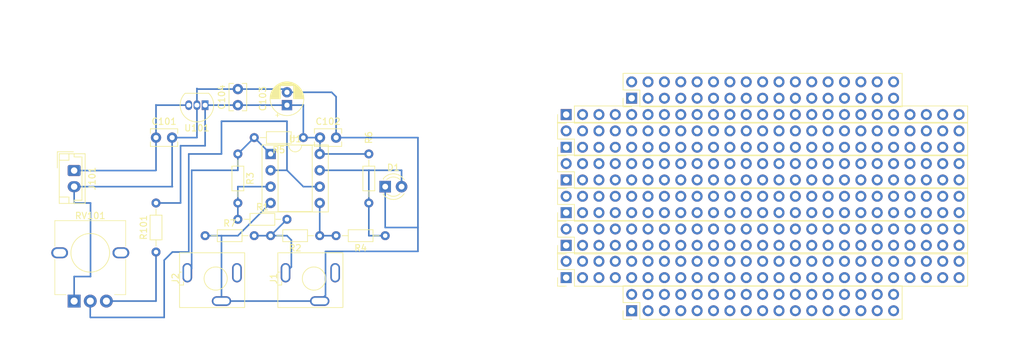
<source format=kicad_pcb>
(kicad_pcb (version 20211014) (generator pcbnew)
  (layers (0 "F.Cu" signal) (31 "B.Cu" signal) (34 "B.Paste" user) (35 "F.Paste" user) (36 "B.SilkS" user "B.Silkscreen") (37 "F.SilkS" user "F.Silkscreen") (38 "B.Mask" user) (39 "F.Mask" user) (44 "Edge.Cuts" user))
  (net 0 "")
  (net 1 "Net-(C101-Pad1)")
  (net 2 "GND")
  (net 3 "VCC")
  (net 4 "Net-(D1-Pad2)")
  (net 5 "/in")
  (net 6 "/out")
  (net 7 "Net-(R1-Pad1)")
  (net 8 "Net-(R2-Pad1)")
  (net 9 "Net-(R101-Pad1)")
  (net 10 "vref")
  (footprint "Marksard_Audio:Potentiometer_THT_RK09L1140" (layer "F.Cu") (at 45.34 59.4)
    (fp_text reference "RV101" (at 0 -5.75) (layer "F.SilkS"))
    (fp_text value "B10k")
    (pad "1" thru_hole rect (at -2.5 7.5) (size 2 2) (drill 1.1) (layers *.Cu *.Mask) (net 2 "GND"))
    (pad "2" thru_hole circle (at 0 7.5) (size 2 2) (drill 1.1) (layers *.Cu *.Mask) (net 10 "vref"))
    (pad "3" thru_hole circle (at 2.5 7.5) (size 2 2) (drill 1.1) (layers *.Cu *.Mask) (net 9 "Net-(R101-Pad1)"))
    (pad "MP" thru_hole oval (at -4.75 0) (size 2.6 1.7) (drill oval 2 1.2) (layers *.Cu *.Mask))
    (pad "MP" thru_hole oval (at 4.75 0) (size 2.6 1.7) (drill oval 2 1.2) (layers *.Cu *.Mask))
  )
  (footprint "Resistor_THT:R_Axial_DIN0204_L3.6mm_D1.6mm_P7.62mm_Horizontal" (layer "F.Cu") (at 68.24 54.2)
    (fp_text reference "R1" (at 3.81 -1.92) (layer "F.SilkS"))
    (fp_text value "10k")
    (pad "1" thru_hole circle (at 0 0) (size 1.4 1.4) (drill 0.7) (layers *.Cu *.Mask) (net 7 "Net-(R1-Pad1)"))
    (pad "2" thru_hole oval (at 7.62 0) (size 1.4 1.4) (drill 0.7) (layers *.Cu *.Mask) (net 5 "/in"))
  )
  (footprint "Capacitor_THT:C_Rect_L4.0mm_W2.5mm_P2.50mm" (layer "F.Cu") (at 68.24 36.46 90)
    (fp_text reference "C104" (at 1.25 -2.5 90) (layer "F.SilkS"))
    (fp_text value "0.1u")
    (pad "1" thru_hole circle (at 0 0 90) (size 1.6 1.6) (drill 0.8) (layers *.Cu *.Mask) (net 3 "VCC"))
    (pad "2" thru_hole circle (at 2.5 0 90) (size 1.6 1.6) (drill 0.8) (layers *.Cu *.Mask) (net 2 "GND"))
  )
  (footprint "Resistor_THT:R_Axial_DIN0204_L3.6mm_D1.6mm_P7.62mm_Horizontal" (layer "F.Cu") (at 68.24 44.04 -90)
    (fp_text reference "R3" (at 3.81 -1.92 90) (layer "F.SilkS"))
    (fp_text value "10Meg")
    (pad "1" thru_hole circle (at 0 0 270) (size 1.4 1.4) (drill 0.7) (layers *.Cu *.Mask) (net 6 "/out"))
    (pad "2" thru_hole oval (at 7.62 0 270) (size 1.4 1.4) (drill 0.7) (layers *.Cu *.Mask) (net 7 "Net-(R1-Pad1)"))
  )
  (footprint "Connector_PinHeader_2.54mm:PinHeader_2x25_P2.54mm_Vertical" (layer "F.Cu") (at 119.18 58.24 90)
    (fp_text reference "REF**" hide)
    (fp_text value "PinHeader_2x25_P2.54mm_Vertical" hide)
    (pad "1" thru_hole rect (at 0 0 90) (size 1.7 1.7) (drill 1) (layers F&B.Cu *.Mask))
    (pad "2" thru_hole oval (at 2.54 0 90) (size 1.7 1.7) (drill 1) (layers F&B.Cu *.Mask))
    (pad "3" thru_hole oval (at 0 2.54 90) (size 1.7 1.7) (drill 1) (layers F&B.Cu *.Mask))
    (pad "4" thru_hole oval (at 2.54 2.54 90) (size 1.7 1.7) (drill 1) (layers F&B.Cu *.Mask))
    (pad "5" thru_hole oval (at 0 5.08 90) (size 1.7 1.7) (drill 1) (layers F&B.Cu *.Mask))
    (pad "6" thru_hole oval (at 2.54 5.08 90) (size 1.7 1.7) (drill 1) (layers F&B.Cu *.Mask))
    (pad "7" thru_hole oval (at 0 7.62 90) (size 1.7 1.7) (drill 1) (layers F&B.Cu *.Mask))
    (pad "8" thru_hole oval (at 2.54 7.62 90) (size 1.7 1.7) (drill 1) (layers F&B.Cu *.Mask))
    (pad "9" thru_hole oval (at 0 10.16 90) (size 1.7 1.7) (drill 1) (layers F&B.Cu *.Mask))
    (pad "10" thru_hole oval (at 2.54 10.16 90) (size 1.7 1.7) (drill 1) (layers F&B.Cu *.Mask))
    (pad "11" thru_hole oval (at 0 12.7 90) (size 1.7 1.7) (drill 1) (layers F&B.Cu *.Mask))
    (pad "12" thru_hole oval (at 2.54 12.7 90) (size 1.7 1.7) (drill 1) (layers F&B.Cu *.Mask))
    (pad "13" thru_hole oval (at 0 15.24 90) (size 1.7 1.7) (drill 1) (layers F&B.Cu *.Mask))
    (pad "14" thru_hole oval (at 2.54 15.24 90) (size 1.7 1.7) (drill 1) (layers F&B.Cu *.Mask))
    (pad "15" thru_hole oval (at 0 17.78 90) (size 1.7 1.7) (drill 1) (layers F&B.Cu *.Mask))
    (pad "16" thru_hole oval (at 2.54 17.78 90) (size 1.7 1.7) (drill 1) (layers F&B.Cu *.Mask))
    (pad "17" thru_hole oval (at 0 20.32 90) (size 1.7 1.7) (drill 1) (layers F&B.Cu *.Mask))
    (pad "18" thru_hole oval (at 2.54 20.32 90) (size 1.7 1.7) (drill 1) (layers F&B.Cu *.Mask))
    (pad "19" thru_hole oval (at 0 22.86 90) (size 1.7 1.7) (drill 1) (layers F&B.Cu *.Mask))
    (pad "20" thru_hole oval (at 2.54 22.86 90) (size 1.7 1.7) (drill 1) (layers F&B.Cu *.Mask))
    (pad "21" thru_hole oval (at 0 25.4 90) (size 1.7 1.7) (drill 1) (layers F&B.Cu *.Mask))
    (pad "22" thru_hole oval (at 2.54 25.4 90) (size 1.7 1.7) (drill 1) (layers F&B.Cu *.Mask))
    (pad "23" thru_hole oval (at 0 27.94 90) (size 1.7 1.7) (drill 1) (layers F&B.Cu *.Mask))
    (pad "24" thru_hole oval (at 2.54 27.94 90) (size 1.7 1.7) (drill 1) (layers F&B.Cu *.Mask))
    (pad "25" thru_hole oval (at 0 30.48 90) (size 1.7 1.7) (drill 1) (layers F&B.Cu *.Mask))
    (pad "26" thru_hole oval (at 2.54 30.48 90) (size 1.7 1.7) (drill 1) (layers F&B.Cu *.Mask))
    (pad "27" thru_hole oval (at 0 33.02 90) (size 1.7 1.7) (drill 1) (layers F&B.Cu *.Mask))
    (pad "28" thru_hole oval (at 2.54 33.02 90) (size 1.7 1.7) (drill 1) (layers F&B.Cu *.Mask))
    (pad "29" thru_hole oval (at 0 35.56 90) (size 1.7 1.7) (drill 1) (layers F&B.Cu *.Mask))
    (pad "30" thru_hole oval (at 2.54 35.56 90) (size 1.7 1.7) (drill 1) (layers F&B.Cu *.Mask))
    (pad "31" thru_hole oval (at 0 38.1 90) (size 1.7 1.7) (drill 1) (layers F&B.Cu *.Mask))
    (pad "32" thru_hole oval (at 2.54 38.1 90) (size 1.7 1.7) (drill 1) (layers F&B.Cu *.Mask))
    (pad "33" thru_hole oval (at 0 40.64 90) (size 1.7 1.7) (drill 1) (layers F&B.Cu *.Mask))
    (pad "34" thru_hole oval (at 2.54 40.64 90) (size 1.7 1.7) (drill 1) (layers F&B.Cu *.Mask))
    (pad "35" thru_hole oval (at 0 43.18 90) (size 1.7 1.7) (drill 1) (layers F&B.Cu *.Mask))
    (pad "36" thru_hole oval (at 2.54 43.18 90) (size 1.7 1.7) (drill 1) (layers F&B.Cu *.Mask))
    (pad "37" thru_hole oval (at 0 45.72 90) (size 1.7 1.7) (drill 1) (layers F&B.Cu *.Mask))
    (pad "38" thru_hole oval (at 2.54 45.72 90) (size 1.7 1.7) (drill 1) (layers F&B.Cu *.Mask))
    (pad "39" thru_hole oval (at 0 48.26 90) (size 1.7 1.7) (drill 1) (layers F&B.Cu *.Mask))
    (pad "40" thru_hole oval (at 2.54 48.26 90) (size 1.7 1.7) (drill 1) (layers F&B.Cu *.Mask))
    (pad "41" thru_hole oval (at 0 50.8 90) (size 1.7 1.7) (drill 1) (layers F&B.Cu *.Mask))
    (pad "42" thru_hole oval (at 2.54 50.8 90) (size 1.7 1.7) (drill 1) (layers F&B.Cu *.Mask))
    (pad "43" thru_hole oval (at 0 53.34 90) (size 1.7 1.7) (drill 1) (layers F&B.Cu *.Mask))
    (pad "44" thru_hole oval (at 2.54 53.34 90) (size 1.7 1.7) (drill 1) (layers F&B.Cu *.Mask))
    (pad "45" thru_hole oval (at 0 55.88 90) (size 1.7 1.7) (drill 1) (layers F&B.Cu *.Mask))
    (pad "46" thru_hole oval (at 2.54 55.88 90) (size 1.7 1.7) (drill 1) (layers F&B.Cu *.Mask))
    (pad "47" thru_hole oval (at 0 58.42 90) (size 1.7 1.7) (drill 1) (layers F&B.Cu *.Mask))
    (pad "48" thru_hole oval (at 2.54 58.42 90) (size 1.7 1.7) (drill 1) (layers F&B.Cu *.Mask))
    (pad "49" thru_hole oval (at 0 60.96 90) (size 1.7 1.7) (drill 1) (layers F&B.Cu *.Mask))
    (pad "50" thru_hole oval (at 2.54 60.96 90) (size 1.7 1.7) (drill 1) (layers F&B.Cu *.Mask))
  )
  (footprint "Marksard_Audio:MJ-355W" (layer "F.Cu") (at 64.8 63.4 90)
    (fp_text reference "J2" (at 0 -6.25 90) (layer "F.SilkS"))
    (fp_text value "Sync Out")
    (pad "R" thru_hole oval (at 0.9 3.3 270) (size 3 1.5) (drill oval 2.5 1) (layers *.Cu *.Mask))
    (pad "S" thru_hole oval (at -3.5 0.9 180) (size 3 1.5) (drill oval 2.5 1) (layers *.Cu *.Mask) (net 2 "GND"))
    (pad "T" thru_hole oval (at 0.9 -4.4 270) (size 3 1.5) (drill oval 2.5 1) (layers *.Cu *.Mask) (net 6 "/out"))
  )
  (footprint "LED_THT:LED_D3.0mm" (layer "F.Cu") (at 91.1 49.12)
    (fp_text reference "D1" (at 1.27 -2.96) (layer "F.SilkS"))
    (fp_text value "LED")
    (pad "1" thru_hole rect (at 0 0) (size 1.8 1.8) (drill 0.9) (layers *.Cu *.Mask) (net 2 "GND"))
    (pad "2" thru_hole circle (at 2.54 0) (size 1.8 1.8) (drill 0.9) (layers *.Cu *.Mask) (net 4 "Net-(D1-Pad2)"))
  )
  (footprint "Capacitor_THT:C_Rect_L4.0mm_W2.5mm_P2.50mm" (layer "F.Cu") (at 55.54 41.5)
    (fp_text reference "C101" (at 1.25 -2.5) (layer "F.SilkS"))
    (fp_text value "0.33u")
    (pad "1" thru_hole circle (at 0 0) (size 1.6 1.6) (drill 0.8) (layers *.Cu *.Mask) (net 1 "Net-(C101-Pad1)"))
    (pad "2" thru_hole circle (at 2.5 0) (size 1.6 1.6) (drill 0.8) (layers *.Cu *.Mask) (net 2 "GND"))
  )
  (footprint "Resistor_THT:R_Axial_DIN0204_L3.6mm_D1.6mm_P7.62mm_Horizontal" (layer "F.Cu") (at 88.56 44.04 -90)
    (fp_text reference "R6" (at -2.54 0 90) (layer "F.SilkS"))
    (fp_text value "3k")
    (pad "1" thru_hole circle (at 0 0 270) (size 1.4 1.4) (drill 0.7) (layers *.Cu *.Mask) (net 3 "VCC"))
    (pad "2" thru_hole oval (at 7.62 0 270) (size 1.4 1.4) (drill 0.7) (layers *.Cu *.Mask) (net 4 "Net-(D1-Pad2)"))
  )
  (footprint "Connector_JST:JST_EH_B2B-EH-A_1x02_P2.50mm_Vertical" (layer "F.Cu") (at 42.84 46.62 -90)
    (fp_text reference "J101" (at 1.25 -2.8 -90) (layer "F.SilkS"))
    (fp_text value "Barrel_Jack")
    (pad "1" thru_hole roundrect (at 0 0 270) (size 1.7 2) (drill 1) (layers *.Cu *.Mask) (roundrect_rratio 0.147059) (net 1 "Net-(C101-Pad1)"))
    (pad "2" thru_hole oval (at 2.5 0 270) (size 1.7 2) (drill 1) (layers *.Cu *.Mask) (net 2 "GND"))
  )
  (footprint "Package_TO_SOT_THT:TO-92_Inline" (layer "F.Cu") (at 63.16 36.46 180)
    (fp_text reference "U101" (at 1.27 -3.56) (layer "F.SilkS"))
    (fp_text value "LM78L05_TO92")
    (pad "1" thru_hole rect (at 0 0 180) (size 1.05 1.5) (drill 0.75) (layers *.Cu *.Mask) (net 3 "VCC"))
    (pad "2" thru_hole oval (at 1.27 0 180) (size 1.05 1.5) (drill 0.75) (layers *.Cu *.Mask) (net 2 "GND"))
    (pad "3" thru_hole oval (at 2.54 0 180) (size 1.05 1.5) (drill 0.75) (layers *.Cu *.Mask) (net 1 "Net-(C101-Pad1)"))
  )
  (footprint "Connector_PinHeader_2.54mm:PinHeader_2x25_P2.54mm_Vertical" (layer "F.Cu") (at 119.18 53.16 90)
    (fp_text reference "REF**" hide)
    (fp_text value "PinHeader_2x25_P2.54mm_Vertical" hide)
    (pad "1" thru_hole rect (at 0 0 90) (size 1.7 1.7) (drill 1) (layers F&B.Cu *.Mask))
    (pad "2" thru_hole oval (at 2.54 0 90) (size 1.7 1.7) (drill 1) (layers F&B.Cu *.Mask))
    (pad "3" thru_hole oval (at 0 2.54 90) (size 1.7 1.7) (drill 1) (layers F&B.Cu *.Mask))
    (pad "4" thru_hole oval (at 2.54 2.54 90) (size 1.7 1.7) (drill 1) (layers F&B.Cu *.Mask))
    (pad "5" thru_hole oval (at 0 5.08 90) (size 1.7 1.7) (drill 1) (layers F&B.Cu *.Mask))
    (pad "6" thru_hole oval (at 2.54 5.08 90) (size 1.7 1.7) (drill 1) (layers F&B.Cu *.Mask))
    (pad "7" thru_hole oval (at 0 7.62 90) (size 1.7 1.7) (drill 1) (layers F&B.Cu *.Mask))
    (pad "8" thru_hole oval (at 2.54 7.62 90) (size 1.7 1.7) (drill 1) (layers F&B.Cu *.Mask))
    (pad "9" thru_hole oval (at 0 10.16 90) (size 1.7 1.7) (drill 1) (layers F&B.Cu *.Mask))
    (pad "10" thru_hole oval (at 2.54 10.16 90) (size 1.7 1.7) (drill 1) (layers F&B.Cu *.Mask))
    (pad "11" thru_hole oval (at 0 12.7 90) (size 1.7 1.7) (drill 1) (layers F&B.Cu *.Mask))
    (pad "12" thru_hole oval (at 2.54 12.7 90) (size 1.7 1.7) (drill 1) (layers F&B.Cu *.Mask))
    (pad "13" thru_hole oval (at 0 15.24 90) (size 1.7 1.7) (drill 1) (layers F&B.Cu *.Mask))
    (pad "14" thru_hole oval (at 2.54 15.24 90) (size 1.7 1.7) (drill 1) (layers F&B.Cu *.Mask))
    (pad "15" thru_hole oval (at 0 17.78 90) (size 1.7 1.7) (drill 1) (layers F&B.Cu *.Mask))
    (pad "16" thru_hole oval (at 2.54 17.78 90) (size 1.7 1.7) (drill 1) (layers F&B.Cu *.Mask))
    (pad "17" thru_hole oval (at 0 20.32 90) (size 1.7 1.7) (drill 1) (layers F&B.Cu *.Mask))
    (pad "18" thru_hole oval (at 2.54 20.32 90) (size 1.7 1.7) (drill 1) (layers F&B.Cu *.Mask))
    (pad "19" thru_hole oval (at 0 22.86 90) (size 1.7 1.7) (drill 1) (layers F&B.Cu *.Mask))
    (pad "20" thru_hole oval (at 2.54 22.86 90) (size 1.7 1.7) (drill 1) (layers F&B.Cu *.Mask))
    (pad "21" thru_hole oval (at 0 25.4 90) (size 1.7 1.7) (drill 1) (layers F&B.Cu *.Mask))
    (pad "22" thru_hole oval (at 2.54 25.4 90) (size 1.7 1.7) (drill 1) (layers F&B.Cu *.Mask))
    (pad "23" thru_hole oval (at 0 27.94 90) (size 1.7 1.7) (drill 1) (layers F&B.Cu *.Mask))
    (pad "24" thru_hole oval (at 2.54 27.94 90) (size 1.7 1.7) (drill 1) (layers F&B.Cu *.Mask))
    (pad "25" thru_hole oval (at 0 30.48 90) (size 1.7 1.7) (drill 1) (layers F&B.Cu *.Mask))
    (pad "26" thru_hole oval (at 2.54 30.48 90) (size 1.7 1.7) (drill 1) (layers F&B.Cu *.Mask))
    (pad "27" thru_hole oval (at 0 33.02 90) (size 1.7 1.7) (drill 1) (layers F&B.Cu *.Mask))
    (pad "28" thru_hole oval (at 2.54 33.02 90) (size 1.7 1.7) (drill 1) (layers F&B.Cu *.Mask))
    (pad "29" thru_hole oval (at 0 35.56 90) (size 1.7 1.7) (drill 1) (layers F&B.Cu *.Mask))
    (pad "30" thru_hole oval (at 2.54 35.56 90) (size 1.7 1.7) (drill 1) (layers F&B.Cu *.Mask))
    (pad "31" thru_hole oval (at 0 38.1 90) (size 1.7 1.7) (drill 1) (layers F&B.Cu *.Mask))
    (pad "32" thru_hole oval (at 2.54 38.1 90) (size 1.7 1.7) (drill 1) (layers F&B.Cu *.Mask))
    (pad "33" thru_hole oval (at 0 40.64 90) (size 1.7 1.7) (drill 1) (layers F&B.Cu *.Mask))
    (pad "34" thru_hole oval (at 2.54 40.64 90) (size 1.7 1.7) (drill 1) (layers F&B.Cu *.Mask))
    (pad "35" thru_hole oval (at 0 43.18 90) (size 1.7 1.7) (drill 1) (layers F&B.Cu *.Mask))
    (pad "36" thru_hole oval (at 2.54 43.18 90) (size 1.7 1.7) (drill 1) (layers F&B.Cu *.Mask))
    (pad "37" thru_hole oval (at 0 45.72 90) (size 1.7 1.7) (drill 1) (layers F&B.Cu *.Mask))
    (pad "38" thru_hole oval (at 2.54 45.72 90) (size 1.7 1.7) (drill 1) (layers F&B.Cu *.Mask))
    (pad "39" thru_hole oval (at 0 48.26 90) (size 1.7 1.7) (drill 1) (layers F&B.Cu *.Mask))
    (pad "40" thru_hole oval (at 2.54 48.26 90) (size 1.7 1.7) (drill 1) (layers F&B.Cu *.Mask))
    (pad "41" thru_hole oval (at 0 50.8 90) (size 1.7 1.7) (drill 1) (layers F&B.Cu *.Mask))
    (pad "42" thru_hole oval (at 2.54 50.8 90) (size 1.7 1.7) (drill 1) (layers F&B.Cu *.Mask))
    (pad "43" thru_hole oval (at 0 53.34 90) (size 1.7 1.7) (drill 1) (layers F&B.Cu *.Mask))
    (pad "44" thru_hole oval (at 2.54 53.34 90) (size 1.7 1.7) (drill 1) (layers F&B.Cu *.Mask))
    (pad "45" thru_hole oval (at 0 55.88 90) (size 1.7 1.7) (drill 1) (layers F&B.Cu *.Mask))
    (pad "46" thru_hole oval (at 2.54 55.88 90) (size 1.7 1.7) (drill 1) (layers F&B.Cu *.Mask))
    (pad "47" thru_hole oval (at 0 58.42 90) (size 1.7 1.7) (drill 1) (layers F&B.Cu *.Mask))
    (pad "48" thru_hole oval (at 2.54 58.42 90) (size 1.7 1.7) (drill 1) (layers F&B.Cu *.Mask))
    (pad "49" thru_hole oval (at 0 60.96 90) (size 1.7 1.7) (drill 1) (layers F&B.Cu *.Mask))
    (pad "50" thru_hole oval (at 2.54 60.96 90) (size 1.7 1.7) (drill 1) (layers F&B.Cu *.Mask))
  )
  (footprint "Capacitor_THT:CP_Radial_D5.0mm_P2.00mm" (layer "F.Cu") (at 75.86 36.46 90)
    (fp_text reference "C103" (at 1 -3.75 90) (layer "F.SilkS"))
    (fp_text value "47u")
    (pad "1" thru_hole rect (at 0 0 90) (size 1.6 1.6) (drill 0.8) (layers *.Cu *.Mask) (net 3 "VCC"))
    (pad "2" thru_hole circle (at 2 0 90) (size 1.6 1.6) (drill 0.8) (layers *.Cu *.Mask) (net 2 "GND"))
  )
  (footprint "Resistor_THT:R_Axial_DIN0204_L3.6mm_D1.6mm_P7.62mm_Horizontal" (layer "F.Cu") (at 55.54 59.28 90)
    (fp_text reference "R101" (at 3.81 -1.92 90) (layer "F.SilkS"))
    (fp_text value "10k")
    (pad "1" thru_hole circle (at 0 0 90) (size 1.4 1.4) (drill 0.7) (layers *.Cu *.Mask) (net 9 "Net-(R101-Pad1)"))
    (pad "2" thru_hole oval (at 7.62 0 90) (size 1.4 1.4) (drill 0.7) (layers *.Cu *.Mask) (net 3 "VCC"))
  )
  (footprint "Connector_PinHeader_2.54mm:PinHeader_2x25_P2.54mm_Vertical" (layer "F.Cu") (at 119.179999 63.259429 90)
    (fp_text reference "REF**" hide)
    (fp_text value "PinHeader_2x25_P2.54mm_Vertical" hide)
    (pad "1" thru_hole rect (at 0 0 90) (size 1.7 1.7) (drill 1) (layers F&B.Cu *.Mask))
    (pad "2" thru_hole oval (at 2.54 0 90) (size 1.7 1.7) (drill 1) (layers F&B.Cu *.Mask))
    (pad "3" thru_hole oval (at 0 2.54 90) (size 1.7 1.7) (drill 1) (layers F&B.Cu *.Mask))
    (pad "4" thru_hole oval (at 2.54 2.54 90) (size 1.7 1.7) (drill 1) (layers F&B.Cu *.Mask))
    (pad "5" thru_hole oval (at 0 5.08 90) (size 1.7 1.7) (drill 1) (layers F&B.Cu *.Mask))
    (pad "6" thru_hole oval (at 2.54 5.08 90) (size 1.7 1.7) (drill 1) (layers F&B.Cu *.Mask))
    (pad "7" thru_hole oval (at 0 7.62 90) (size 1.7 1.7) (drill 1) (layers F&B.Cu *.Mask))
    (pad "8" thru_hole oval (at 2.54 7.62 90) (size 1.7 1.7) (drill 1) (layers F&B.Cu *.Mask))
    (pad "9" thru_hole oval (at 0 10.16 90) (size 1.7 1.7) (drill 1) (layers F&B.Cu *.Mask))
    (pad "10" thru_hole oval (at 2.54 10.16 90) (size 1.7 1.7) (drill 1) (layers F&B.Cu *.Mask))
    (pad "11" thru_hole oval (at 0 12.7 90) (size 1.7 1.7) (drill 1) (layers F&B.Cu *.Mask))
    (pad "12" thru_hole oval (at 2.54 12.7 90) (size 1.7 1.7) (drill 1) (layers F&B.Cu *.Mask))
    (pad "13" thru_hole oval (at 0 15.24 90) (size 1.7 1.7) (drill 1) (layers F&B.Cu *.Mask))
    (pad "14" thru_hole oval (at 2.54 15.24 90) (size 1.7 1.7) (drill 1) (layers F&B.Cu *.Mask))
    (pad "15" thru_hole oval (at 0 17.78 90) (size 1.7 1.7) (drill 1) (layers F&B.Cu *.Mask))
    (pad "16" thru_hole oval (at 2.54 17.78 90) (size 1.7 1.7) (drill 1) (layers F&B.Cu *.Mask))
    (pad "17" thru_hole oval (at 0 20.32 90) (size 1.7 1.7) (drill 1) (layers F&B.Cu *.Mask))
    (pad "18" thru_hole oval (at 2.54 20.32 90) (size 1.7 1.7) (drill 1) (layers F&B.Cu *.Mask))
    (pad "19" thru_hole oval (at 0 22.86 90) (size 1.7 1.7) (drill 1) (layers F&B.Cu *.Mask))
    (pad "20" thru_hole oval (at 2.54 22.86 90) (size 1.7 1.7) (drill 1) (layers F&B.Cu *.Mask))
    (pad "21" thru_hole oval (at 0 25.4 90) (size 1.7 1.7) (drill 1) (layers F&B.Cu *.Mask))
    (pad "22" thru_hole oval (at 2.54 25.4 90) (size 1.7 1.7) (drill 1) (layers F&B.Cu *.Mask))
    (pad "23" thru_hole oval (at 0 27.94 90) (size 1.7 1.7) (drill 1) (layers F&B.Cu *.Mask))
    (pad "24" thru_hole oval (at 2.54 27.94 90) (size 1.7 1.7) (drill 1) (layers F&B.Cu *.Mask))
    (pad "25" thru_hole oval (at 0 30.48 90) (size 1.7 1.7) (drill 1) (layers F&B.Cu *.Mask))
    (pad "26" thru_hole oval (at 2.54 30.48 90) (size 1.7 1.7) (drill 1) (layers F&B.Cu *.Mask))
    (pad "27" thru_hole oval (at 0 33.02 90) (size 1.7 1.7) (drill 1) (layers F&B.Cu *.Mask))
    (pad "28" thru_hole oval (at 2.54 33.02 90) (size 1.7 1.7) (drill 1) (layers F&B.Cu *.Mask))
    (pad "29" thru_hole oval (at 0 35.56 90) (size 1.7 1.7) (drill 1) (layers F&B.Cu *.Mask))
    (pad "30" thru_hole oval (at 2.54 35.56 90) (size 1.7 1.7) (drill 1) (layers F&B.Cu *.Mask))
    (pad "31" thru_hole oval (at 0 38.1 90) (size 1.7 1.7) (drill 1) (layers F&B.Cu *.Mask))
    (pad "32" thru_hole oval (at 2.54 38.1 90) (size 1.7 1.7) (drill 1) (layers F&B.Cu *.Mask))
    (pad "33" thru_hole oval (at 0 40.64 90) (size 1.7 1.7) (drill 1) (layers F&B.Cu *.Mask))
    (pad "34" thru_hole oval (at 2.54 40.64 90) (size 1.7 1.7) (drill 1) (layers F&B.Cu *.Mask))
    (pad "35" thru_hole oval (at 0 43.18 90) (size 1.7 1.7) (drill 1) (layers F&B.Cu *.Mask))
    (pad "36" thru_hole oval (at 2.54 43.18 90) (size 1.7 1.7) (drill 1) (layers F&B.Cu *.Mask))
    (pad "37" thru_hole oval (at 0 45.72 90) (size 1.7 1.7) (drill 1) (layers F&B.Cu *.Mask))
    (pad "38" thru_hole oval (at 2.54 45.72 90) (size 1.7 1.7) (drill 1) (layers F&B.Cu *.Mask))
    (pad "39" thru_hole oval (at 0 48.26 90) (size 1.7 1.7) (drill 1) (layers F&B.Cu *.Mask))
    (pad "40" thru_hole oval (at 2.54 48.26 90) (size 1.7 1.7) (drill 1) (layers F&B.Cu *.Mask))
    (pad "41" thru_hole oval (at 0 50.8 90) (size 1.7 1.7) (drill 1) (layers F&B.Cu *.Mask))
    (pad "42" thru_hole oval (at 2.54 50.8 90) (size 1.7 1.7) (drill 1) (layers F&B.Cu *.Mask))
    (pad "43" thru_hole oval (at 0 53.34 90) (size 1.7 1.7) (drill 1) (layers F&B.Cu *.Mask))
    (pad "44" thru_hole oval (at 2.54 53.34 90) (size 1.7 1.7) (drill 1) (layers F&B.Cu *.Mask))
    (pad "45" thru_hole oval (at 0 55.88 90) (size 1.7 1.7) (drill 1) (layers F&B.Cu *.Mask))
    (pad "46" thru_hole oval (at 2.54 55.88 90) (size 1.7 1.7) (drill 1) (layers F&B.Cu *.Mask))
    (pad "47" thru_hole oval (at 0 58.42 90) (size 1.7 1.7) (drill 1) (layers F&B.Cu *.Mask))
    (pad "48" thru_hole oval (at 2.54 58.42 90) (size 1.7 1.7) (drill 1) (layers F&B.Cu *.Mask))
    (pad "49" thru_hole oval (at 0 60.96 90) (size 1.7 1.7) (drill 1) (layers F&B.Cu *.Mask))
    (pad "50" thru_hole oval (at 2.54 60.96 90) (size 1.7 1.7) (drill 1) (layers F&B.Cu *.Mask))
  )
  (footprint "Package_DIP:DIP-8_W7.62mm_Socket" (layer "F.Cu") (at 73.32 44.04)
    (fp_text reference "U1" (at 3.81 -2.33) (layer "F.SilkS"))
    (fp_text value "LM393")
    (pad "1" thru_hole rect (at 0 0) (size 1.6 1.6) (drill 0.8) (layers *.Cu *.Mask) (net 6 "/out"))
    (pad "2" thru_hole oval (at 0 2.54) (size 1.6 1.6) (drill 0.8) (layers *.Cu *.Mask) (net 10 "vref"))
    (pad "3" thru_hole oval (at 0 5.08) (size 1.6 1.6) (drill 0.8) (layers *.Cu *.Mask) (net 7 "Net-(R1-Pad1)"))
    (pad "4" thru_hole oval (at 0 7.62) (size 1.6 1.6) (drill 0.8) (layers *.Cu *.Mask) (net 2 "GND"))
    (pad "5" thru_hole oval (at 7.62 7.62) (size 1.6 1.6) (drill 0.8) (layers *.Cu *.Mask) (net 8 "Net-(R2-Pad1)"))
    (pad "6" thru_hole oval (at 7.62 5.08) (size 1.6 1.6) (drill 0.8) (layers *.Cu *.Mask) (net 10 "vref"))
    (pad "7" thru_hole oval (at 7.62 2.54) (size 1.6 1.6) (drill 0.8) (layers *.Cu *.Mask) (net 4 "Net-(D1-Pad2)"))
    (pad "8" thru_hole oval (at 7.62 0) (size 1.6 1.6) (drill 0.8) (layers *.Cu *.Mask) (net 3 "VCC"))
  )
  (footprint "Resistor_THT:R_Axial_DIN0204_L3.6mm_D1.6mm_P7.62mm_Horizontal" (layer "F.Cu") (at 91.1 56.74 180)
    (fp_text reference "R4" (at 3.81 -1.92) (layer "F.SilkS"))
    (fp_text value "10Meg")
    (pad "1" thru_hole circle (at 0 0 180) (size 1.4 1.4) (drill 0.7) (layers *.Cu *.Mask) (net 4 "Net-(D1-Pad2)"))
    (pad "2" thru_hole oval (at 7.62 0 180) (size 1.4 1.4) (drill 0.7) (layers *.Cu *.Mask) (net 8 "Net-(R2-Pad1)"))
  )
  (footprint "Marksard_Audio:MJ-355W" (layer "F.Cu") (at 80.04 63.4 90)
    (fp_text reference "J1" (at 0 -6.25 90) (layer "F.SilkS"))
    (fp_text value "Sync In")
    (pad "R" thru_hole oval (at 0.9 3.3 270) (size 3 1.5) (drill oval 2.5 1) (layers *.Cu *.Mask))
    (pad "S" thru_hole oval (at -3.5 0.9 180) (size 3 1.5) (drill oval 2.5 1) (layers *.Cu *.Mask) (net 2 "GND"))
    (pad "T" thru_hole oval (at 0.9 -4.4 270) (size 3 1.5) (drill oval 2.5 1) (layers *.Cu *.Mask) (net 5 "/in"))
  )
  (footprint "Connector_PinHeader_2.54mm:PinHeader_1x25_P2.54mm_Vertical" (layer "F.Cu") (at 119.18 37.92 90)
    (fp_text reference "REF**" hide)
    (fp_text value "PinHeader_1x25_P2.54mm_Vertical" hide)
    (pad "1" thru_hole rect (at 0 0 90) (size 1.7 1.7) (drill 1) (layers *.Cu *.Mask))
    (pad "2" thru_hole oval (at 0 2.54 90) (size 1.7 1.7) (drill 1) (layers *.Cu *.Mask))
    (pad "3" thru_hole oval (at 0 5.08 90) (size 1.7 1.7) (drill 1) (layers *.Cu *.Mask))
    (pad "4" thru_hole oval (at 0 7.62 90) (size 1.7 1.7) (drill 1) (layers *.Cu *.Mask))
    (pad "5" thru_hole oval (at 0 10.16 90) (size 1.7 1.7) (drill 1) (layers *.Cu *.Mask))
    (pad "6" thru_hole oval (at 0 12.7 90) (size 1.7 1.7) (drill 1) (layers *.Cu *.Mask))
    (pad "7" thru_hole oval (at 0 15.24 90) (size 1.7 1.7) (drill 1) (layers *.Cu *.Mask))
    (pad "8" thru_hole oval (at 0 17.78 90) (size 1.7 1.7) (drill 1) (layers *.Cu *.Mask))
    (pad "9" thru_hole oval (at 0 20.32 90) (size 1.7 1.7) (drill 1) (layers *.Cu *.Mask))
    (pad "10" thru_hole oval (at 0 22.86 90) (size 1.7 1.7) (drill 1) (layers *.Cu *.Mask))
    (pad "11" thru_hole oval (at 0 25.4 90) (size 1.7 1.7) (drill 1) (layers *.Cu *.Mask))
    (pad "12" thru_hole oval (at 0 27.94 90) (size 1.7 1.7) (drill 1) (layers *.Cu *.Mask))
    (pad "13" thru_hole oval (at 0 30.48 90) (size 1.7 1.7) (drill 1) (layers *.Cu *.Mask))
    (pad "14" thru_hole oval (at 0 33.02 90) (size 1.7 1.7) (drill 1) (layers *.Cu *.Mask))
    (pad "15" thru_hole oval (at 0 35.56 90) (size 1.7 1.7) (drill 1) (layers *.Cu *.Mask))
    (pad "16" thru_hole oval (at 0 38.1 90) (size 1.7 1.7) (drill 1) (layers *.Cu *.Mask))
    (pad "17" thru_hole oval (at 0 40.64 90) (size 1.7 1.7) (drill 1) (layers *.Cu *.Mask))
    (pad "18" thru_hole oval (at 0 43.18 90) (size 1.7 1.7) (drill 1) (layers *.Cu *.Mask))
    (pad "19" thru_hole oval (at 0 45.72 90) (size 1.7 1.7) (drill 1) (layers *.Cu *.Mask))
    (pad "20" thru_hole oval (at 0 48.26 90) (size 1.7 1.7) (drill 1) (layers *.Cu *.Mask))
    (pad "21" thru_hole oval (at 0 50.8 90) (size 1.7 1.7) (drill 1) (layers *.Cu *.Mask))
    (pad "22" thru_hole oval (at 0 53.34 90) (size 1.7 1.7) (drill 1) (layers *.Cu *.Mask))
    (pad "23" thru_hole oval (at 0 55.88 90) (size 1.7 1.7) (drill 1) (layers *.Cu *.Mask))
    (pad "24" thru_hole oval (at 0 58.42 90) (size 1.7 1.7) (drill 1) (layers *.Cu *.Mask))
    (pad "25" thru_hole oval (at 0 60.96 90) (size 1.7 1.7) (drill 1) (layers *.Cu *.Mask))
  )
  (footprint "Connector_PinHeader_2.54mm:PinHeader_2x17_P2.54mm_Vertical" (layer "F.Cu") (at 129.34 68.4 90)
    (fp_text reference "REF**" hide)
    (fp_text value "PinHeader_2x17_P2.54mm_Vertical" hide)
    (pad "1" thru_hole rect (at 0 0 90) (size 1.7 1.7) (drill 1) (layers *.Cu *.Mask))
    (pad "2" thru_hole oval (at 2.54 0 90) (size 1.7 1.7) (drill 1) (layers *.Cu *.Mask))
    (pad "3" thru_hole oval (at 0 2.54 90) (size 1.7 1.7) (drill 1) (layers *.Cu *.Mask))
    (pad "4" thru_hole oval (at 2.54 2.54 90) (size 1.7 1.7) (drill 1) (layers *.Cu *.Mask))
    (pad "5" thru_hole oval (at 0 5.08 90) (size 1.7 1.7) (drill 1) (layers *.Cu *.Mask))
    (pad "6" thru_hole oval (at 2.54 5.08 90) (size 1.7 1.7) (drill 1) (layers *.Cu *.Mask))
    (pad "7" thru_hole oval (at 0 7.62 90) (size 1.7 1.7) (drill 1) (layers *.Cu *.Mask))
    (pad "8" thru_hole oval (at 2.54 7.62 90) (size 1.7 1.7) (drill 1) (layers *.Cu *.Mask))
    (pad "9" thru_hole oval (at 0 10.16 90) (size 1.7 1.7) (drill 1) (layers *.Cu *.Mask))
    (pad "10" thru_hole oval (at 2.54 10.16 90) (size 1.7 1.7) (drill 1) (layers *.Cu *.Mask))
    (pad "11" thru_hole oval (at 0 12.7 90) (size 1.7 1.7) (drill 1) (layers *.Cu *.Mask))
    (pad "12" thru_hole oval (at 2.54 12.7 90) (size 1.7 1.7) (drill 1) (layers *.Cu *.Mask))
    (pad "13" thru_hole oval (at 0 15.24 90) (size 1.7 1.7) (drill 1) (layers *.Cu *.Mask))
    (pad "14" thru_hole oval (at 2.54 15.24 90) (size 1.7 1.7) (drill 1) (layers *.Cu *.Mask))
    (pad "15" thru_hole oval (at 0 17.78 90) (size 1.7 1.7) (drill 1) (layers *.Cu *.Mask))
    (pad "16" thru_hole oval (at 2.54 17.78 90) (size 1.7 1.7) (drill 1) (layers *.Cu *.Mask))
    (pad "17" thru_hole oval (at 0 20.32 90) (size 1.7 1.7) (drill 1) (layers *.Cu *.Mask))
    (pad "18" thru_hole oval (at 2.54 20.32 90) (size 1.7 1.7) (drill 1) (layers *.Cu *.Mask))
    (pad "19" thru_hole oval (at 0 22.86 90) (size 1.7 1.7) (drill 1) (layers *.Cu *.Mask))
    (pad "20" thru_hole oval (at 2.54 22.86 90) (size 1.7 1.7) (drill 1) (layers *.Cu *.Mask))
    (pad "21" thru_hole oval (at 0 25.4 90) (size 1.7 1.7) (drill 1) (layers *.Cu *.Mask))
    (pad "22" thru_hole oval (at 2.54 25.4 90) (size 1.7 1.7) (drill 1) (layers *.Cu *.Mask))
    (pad "23" thru_hole oval (at 0 27.94 90) (size 1.7 1.7) (drill 1) (layers *.Cu *.Mask))
    (pad "24" thru_hole oval (at 2.54 27.94 90) (size 1.7 1.7) (drill 1) (layers *.Cu *.Mask))
    (pad "25" thru_hole oval (at 0 30.48 90) (size 1.7 1.7) (drill 1) (layers *.Cu *.Mask))
    (pad "26" thru_hole oval (at 2.54 30.48 90) (size 1.7 1.7) (drill 1) (layers *.Cu *.Mask))
    (pad "27" thru_hole oval (at 0 33.02 90) (size 1.7 1.7) (drill 1) (layers *.Cu *.Mask))
    (pad "28" thru_hole oval (at 2.54 33.02 90) (size 1.7 1.7) (drill 1) (layers *.Cu *.Mask))
    (pad "29" thru_hole oval (at 0 35.56 90) (size 1.7 1.7) (drill 1) (layers *.Cu *.Mask))
    (pad "30" thru_hole oval (at 2.54 35.56 90) (size 1.7 1.7) (drill 1) (layers *.Cu *.Mask))
    (pad "31" thru_hole oval (at 0 38.1 90) (size 1.7 1.7) (drill 1) (layers *.Cu *.Mask))
    (pad "32" thru_hole oval (at 2.54 38.1 90) (size 1.7 1.7) (drill 1) (layers *.Cu *.Mask))
    (pad "33" thru_hole oval (at 0 40.64 90) (size 1.7 1.7) (drill 1) (layers *.Cu *.Mask))
    (pad "34" thru_hole oval (at 2.54 40.64 90) (size 1.7 1.7) (drill 1) (layers *.Cu *.Mask))
  )
  (footprint "Resistor_THT:R_Axial_DIN0204_L3.6mm_D1.6mm_P7.62mm_Horizontal" (layer "F.Cu") (at 80.94 56.74 180)
    (fp_text reference "R2" (at 3.81 -1.92) (layer "F.SilkS"))
    (fp_text value "10k")
    (pad "1" thru_hole circle (at 0 0 180) (size 1.4 1.4) (drill 0.7) (layers *.Cu *.Mask) (net 8 "Net-(R2-Pad1)"))
    (pad "2" thru_hole oval (at 7.62 0 180) (size 1.4 1.4) (drill 0.7) (layers *.Cu *.Mask) (net 5 "/in"))
  )
  (footprint "Capacitor_THT:C_Rect_L4.0mm_W2.5mm_P2.50mm" (layer "F.Cu") (at 80.98 41.5)
    (fp_text reference "C102" (at 1.25 -2.5) (layer "F.SilkS"))
    (fp_text value "0.1u")
    (pad "1" thru_hole circle (at 0 0) (size 1.6 1.6) (drill 0.8) (layers *.Cu *.Mask) (net 3 "VCC"))
    (pad "2" thru_hole circle (at 2.5 0) (size 1.6 1.6) (drill 0.8) (layers *.Cu *.Mask) (net 2 "GND"))
  )
  (footprint "Resistor_THT:R_Axial_DIN0204_L3.6mm_D1.6mm_P7.62mm_Horizontal" (layer "F.Cu") (at 63.16 56.74)
    (fp_text reference "R7" (at 3.81 -1.92) (layer "F.SilkS"))
    (fp_text value "10k")
    (pad "1" thru_hole circle (at 0 0) (size 1.4 1.4) (drill 0.7) (layers *.Cu *.Mask) (net 2 "GND"))
    (pad "2" thru_hole oval (at 7.62 0) (size 1.4 1.4) (drill 0.7) (layers *.Cu *.Mask) (net 5 "/in"))
  )
  (footprint "Connector_PinHeader_2.54mm:PinHeader_2x25_P2.54mm_Vertical" (layer "F.Cu") (at 119.18 48.08 90)
    (fp_text reference "REF**" hide)
    (fp_text value "PinHeader_2x25_P2.54mm_Vertical" hide)
    (pad "1" thru_hole rect (at 0 0 90) (size 1.7 1.7) (drill 1) (layers F&B.Cu *.Mask))
    (pad "2" thru_hole oval (at 2.54 0 90) (size 1.7 1.7) (drill 1) (layers F&B.Cu *.Mask))
    (pad "3" thru_hole oval (at 0 2.54 90) (size 1.7 1.7) (drill 1) (layers F&B.Cu *.Mask))
    (pad "4" thru_hole oval (at 2.54 2.54 90) (size 1.7 1.7) (drill 1) (layers F&B.Cu *.Mask))
    (pad "5" thru_hole oval (at 0 5.08 90) (size 1.7 1.7) (drill 1) (layers F&B.Cu *.Mask))
    (pad "6" thru_hole oval (at 2.54 5.08 90) (size 1.7 1.7) (drill 1) (layers F&B.Cu *.Mask))
    (pad "7" thru_hole oval (at 0 7.62 90) (size 1.7 1.7) (drill 1) (layers F&B.Cu *.Mask))
    (pad "8" thru_hole oval (at 2.54 7.62 90) (size 1.7 1.7) (drill 1) (layers F&B.Cu *.Mask))
    (pad "9" thru_hole oval (at 0 10.16 90) (size 1.7 1.7) (drill 1) (layers F&B.Cu *.Mask))
    (pad "10" thru_hole oval (at 2.54 10.16 90) (size 1.7 1.7) (drill 1) (layers F&B.Cu *.Mask))
    (pad "11" thru_hole oval (at 0 12.7 90) (size 1.7 1.7) (drill 1) (layers F&B.Cu *.Mask))
    (pad "12" thru_hole oval (at 2.54 12.7 90) (size 1.7 1.7) (drill 1) (layers F&B.Cu *.Mask))
    (pad "13" thru_hole oval (at 0 15.24 90) (size 1.7 1.7) (drill 1) (layers F&B.Cu *.Mask))
    (pad "14" thru_hole oval (at 2.54 15.24 90) (size 1.7 1.7) (drill 1) (layers F&B.Cu *.Mask))
    (pad "15" thru_hole oval (at 0 17.78 90) (size 1.7 1.7) (drill 1) (layers F&B.Cu *.Mask))
    (pad "16" thru_hole oval (at 2.54 17.78 90) (size 1.7 1.7) (drill 1) (layers F&B.Cu *.Mask))
    (pad "17" thru_hole oval (at 0 20.32 90) (size 1.7 1.7) (drill 1) (layers F&B.Cu *.Mask))
    (pad "18" thru_hole oval (at 2.54 20.32 90) (size 1.7 1.7) (drill 1) (layers F&B.Cu *.Mask))
    (pad "19" thru_hole oval (at 0 22.86 90) (size 1.7 1.7) (drill 1) (layers F&B.Cu *.Mask))
    (pad "20" thru_hole oval (at 2.54 22.86 90) (size 1.7 1.7) (drill 1) (layers F&B.Cu *.Mask))
    (pad "21" thru_hole oval (at 0 25.4 90) (size 1.7 1.7) (drill 1) (layers F&B.Cu *.Mask))
    (pad "22" thru_hole oval (at 2.54 25.4 90) (size 1.7 1.7) (drill 1) (layers F&B.Cu *.Mask))
    (pad "23" thru_hole oval (at 0 27.94 90) (size 1.7 1.7) (drill 1) (layers F&B.Cu *.Mask))
    (pad "24" thru_hole oval (at 2.54 27.94 90) (size 1.7 1.7) (drill 1) (layers F&B.Cu *.Mask))
    (pad "25" thru_hole oval (at 0 30.48 90) (size 1.7 1.7) (drill 1) (layers F&B.Cu *.Mask))
    (pad "26" thru_hole oval (at 2.54 30.48 90) (size 1.7 1.7) (drill 1) (layers F&B.Cu *.Mask))
    (pad "27" thru_hole oval (at 0 33.02 90) (size 1.7 1.7) (drill 1) (layers F&B.Cu *.Mask))
    (pad "28" thru_hole oval (at 2.54 33.02 90) (size 1.7 1.7) (drill 1) (layers F&B.Cu *.Mask))
    (pad "29" thru_hole oval (at 0 35.56 90) (size 1.7 1.7) (drill 1) (layers F&B.Cu *.Mask))
    (pad "30" thru_hole oval (at 2.54 35.56 90) (size 1.7 1.7) (drill 1) (layers F&B.Cu *.Mask))
    (pad "31" thru_hole oval (at 0 38.1 90) (size 1.7 1.7) (drill 1) (layers F&B.Cu *.Mask))
    (pad "32" thru_hole oval (at 2.54 38.1 90) (size 1.7 1.7) (drill 1) (layers F&B.Cu *.Mask))
    (pad "33" thru_hole oval (at 0 40.64 90) (size 1.7 1.7) (drill 1) (layers F&B.Cu *.Mask))
    (pad "34" thru_hole oval (at 2.54 40.64 90) (size 1.7 1.7) (drill 1) (layers F&B.Cu *.Mask))
    (pad "35" thru_hole oval (at 0 43.18 90) (size 1.7 1.7) (drill 1) (layers F&B.Cu *.Mask))
    (pad "36" thru_hole oval (at 2.54 43.18 90) (size 1.7 1.7) (drill 1) (layers F&B.Cu *.Mask))
    (pad "37" thru_hole oval (at 0 45.72 90) (size 1.7 1.7) (drill 1) (layers F&B.Cu *.Mask))
    (pad "38" thru_hole oval (at 2.54 45.72 90) (size 1.7 1.7) (drill 1) (layers F&B.Cu *.Mask))
    (pad "39" thru_hole oval (at 0 48.26 90) (size 1.7 1.7) (drill 1) (layers F&B.Cu *.Mask))
    (pad "40" thru_hole oval (at 2.54 48.26 90) (size 1.7 1.7) (drill 1) (layers F&B.Cu *.Mask))
    (pad "41" thru_hole oval (at 0 50.8 90) (size 1.7 1.7) (drill 1) (layers F&B.Cu *.Mask))
    (pad "42" thru_hole oval (at 2.54 50.8 90) (size 1.7 1.7) (drill 1) (layers F&B.Cu *.Mask))
    (pad "43" thru_hole oval (at 0 53.34 90) (size 1.7 1.7) (drill 1) (layers F&B.Cu *.Mask))
    (pad "44" thru_hole oval (at 2.54 53.34 90) (size 1.7 1.7) (drill 1) (layers F&B.Cu *.Mask))
    (pad "45" thru_hole oval (at 0 55.88 90) (size 1.7 1.7) (drill 1) (layers F&B.Cu *.Mask))
    (pad "46" thru_hole oval (at 2.54 55.88 90) (size 1.7 1.7) (drill 1) (layers F&B.Cu *.Mask))
    (pad "47" thru_hole oval (at 0 58.42 90) (size 1.7 1.7) (drill 1) (layers F&B.Cu *.Mask))
    (pad "48" thru_hole oval (at 2.54 58.42 90) (size 1.7 1.7) (drill 1) (layers F&B.Cu *.Mask))
    (pad "49" thru_hole oval (at 0 60.96 90) (size 1.7 1.7) (drill 1) (layers F&B.Cu *.Mask))
    (pad "50" thru_hole oval (at 2.54 60.96 90) (size 1.7 1.7) (drill 1) (layers F&B.Cu *.Mask))
  )
  (footprint "Connector_PinHeader_2.54mm:PinHeader_2x17_P2.54mm_Vertical" (layer "F.Cu") (at 129.34 35.38 90)
    (fp_text reference "REF**" hide)
    (fp_text value "PinHeader_2x17_P2.54mm_Vertical" hide)
    (pad "1" thru_hole rect (at 0 0 90) (size 1.7 1.7) (drill 1) (layers F&B.Cu *.Mask))
    (pad "2" thru_hole oval (at 2.54 0 90) (size 1.7 1.7) (drill 1) (layers F&B.Cu *.Mask))
    (pad "3" thru_hole oval (at 0 2.54 90) (size 1.7 1.7) (drill 1) (layers F&B.Cu *.Mask))
    (pad "4" thru_hole oval (at 2.54 2.54 90) (size 1.7 1.7) (drill 1) (layers F&B.Cu *.Mask))
    (pad "5" thru_hole oval (at 0 5.08 90) (size 1.7 1.7) (drill 1) (layers F&B.Cu *.Mask))
    (pad "6" thru_hole oval (at 2.54 5.08 90) (size 1.7 1.7) (drill 1) (layers F&B.Cu *.Mask))
    (pad "7" thru_hole oval (at 0 7.62 90) (size 1.7 1.7) (drill 1) (layers F&B.Cu *.Mask))
    (pad "8" thru_hole oval (at 2.54 7.62 90) (size 1.7 1.7) (drill 1) (layers F&B.Cu *.Mask))
    (pad "9" thru_hole oval (at 0 10.16 90) (size 1.7 1.7) (drill 1) (layers F&B.Cu *.Mask))
    (pad "10" thru_hole oval (at 2.54 10.16 90) (size 1.7 1.7) (drill 1) (layers F&B.Cu *.Mask))
    (pad "11" thru_hole oval (at 0 12.7 90) (size 1.7 1.7) (drill 1) (layers F&B.Cu *.Mask))
    (pad "12" thru_hole oval (at 2.54 12.7 90) (size 1.7 1.7) (drill 1) (layers F&B.Cu *.Mask))
    (pad "13" thru_hole oval (at 0 15.24 90) (size 1.7 1.7) (drill 1) (layers F&B.Cu *.Mask))
    (pad "14" thru_hole oval (at 2.54 15.24 90) (size 1.7 1.7) (drill 1) (layers F&B.Cu *.Mask))
    (pad "15" thru_hole oval (at 0 17.78 90) (size 1.7 1.7) (drill 1) (layers F&B.Cu *.Mask))
    (pad "16" thru_hole oval (at 2.54 17.78 90) (size 1.7 1.7) (drill 1) (layers F&B.Cu *.Mask))
    (pad "17" thru_hole oval (at 0 20.32 90) (size 1.7 1.7) (drill 1) (layers F&B.Cu *.Mask))
    (pad "18" thru_hole oval (at 2.54 20.32 90) (size 1.7 1.7) (drill 1) (layers F&B.Cu *.Mask))
    (pad "19" thru_hole oval (at 0 22.86 90) (size 1.7 1.7) (drill 1) (layers F&B.Cu *.Mask))
    (pad "20" thru_hole oval (at 2.54 22.86 90) (size 1.7 1.7) (drill 1) (layers F&B.Cu *.Mask))
    (pad "21" thru_hole oval (at 0 25.4 90) (size 1.7 1.7) (drill 1) (layers F&B.Cu *.Mask))
    (pad "22" thru_hole oval (at 2.54 25.4 90) (size 1.7 1.7) (drill 1) (layers F&B.Cu *.Mask))
    (pad "23" thru_hole oval (at 0 27.94 90) (size 1.7 1.7) (drill 1) (layers F&B.Cu *.Mask))
    (pad "24" thru_hole oval (at 2.54 27.94 90) (size 1.7 1.7) (drill 1) (layers F&B.Cu *.Mask))
    (pad "25" thru_hole oval (at 0 30.48 90) (size 1.7 1.7) (drill 1) (layers F&B.Cu *.Mask))
    (pad "26" thru_hole oval (at 2.54 30.48 90) (size 1.7 1.7) (drill 1) (layers F&B.Cu *.Mask))
    (pad "27" thru_hole oval (at 0 33.02 90) (size 1.7 1.7) (drill 1) (layers F&B.Cu *.Mask))
    (pad "28" thru_hole oval (at 2.54 33.02 90) (size 1.7 1.7) (drill 1) (layers F&B.Cu *.Mask))
    (pad "29" thru_hole oval (at 0 35.56 90) (size 1.7 1.7) (drill 1) (layers F&B.Cu *.Mask))
    (pad "30" thru_hole oval (at 2.54 35.56 90) (size 1.7 1.7) (drill 1) (layers F&B.Cu *.Mask))
    (pad "31" thru_hole oval (at 0 38.1 90) (size 1.7 1.7) (drill 1) (layers F&B.Cu *.Mask))
    (pad "32" thru_hole oval (at 2.54 38.1 90) (size 1.7 1.7) (drill 1) (layers F&B.Cu *.Mask))
    (pad "33" thru_hole oval (at 0 40.64 90) (size 1.7 1.7) (drill 1) (layers F&B.Cu *.Mask))
    (pad "34" thru_hole oval (at 2.54 40.64 90) (size 1.7 1.7) (drill 1) (layers F&B.Cu *.Mask))
  )
  (footprint "Connector_PinHeader_2.54mm:PinHeader_2x25_P2.54mm_Vertical" (layer "F.Cu") (at 119.18 43 90)
    (fp_text reference "REF**" hide)
    (fp_text value "PinHeader_2x25_P2.54mm_Vertical" hide)
    (pad "1" thru_hole rect (at 0 0 90) (size 1.7 1.7) (drill 1) (layers F&B.Cu *.Mask))
    (pad "2" thru_hole oval (at 2.54 0 90) (size 1.7 1.7) (drill 1) (layers F&B.Cu *.Mask))
    (pad "3" thru_hole oval (at 0 2.54 90) (size 1.7 1.7) (drill 1) (layers F&B.Cu *.Mask))
    (pad "4" thru_hole oval (at 2.54 2.54 90) (size 1.7 1.7) (drill 1) (layers F&B.Cu *.Mask))
    (pad "5" thru_hole oval (at 0 5.08 90) (size 1.7 1.7) (drill 1) (layers F&B.Cu *.Mask))
    (pad "6" thru_hole oval (at 2.54 5.08 90) (size 1.7 1.7) (drill 1) (layers F&B.Cu *.Mask))
    (pad "7" thru_hole oval (at 0 7.62 90) (size 1.7 1.7) (drill 1) (layers F&B.Cu *.Mask))
    (pad "8" thru_hole oval (at 2.54 7.62 90) (size 1.7 1.7) (drill 1) (layers F&B.Cu *.Mask))
    (pad "9" thru_hole oval (at 0 10.16 90) (size 1.7 1.7) (drill 1) (layers F&B.Cu *.Mask))
    (pad "10" thru_hole oval (at 2.54 10.16 90) (size 1.7 1.7) (drill 1) (layers F&B.Cu *.Mask))
    (pad "11" thru_hole oval (at 0 12.7 90) (size 1.7 1.7) (drill 1) (layers F&B.Cu *.Mask))
    (pad "12" thru_hole oval (at 2.54 12.7 90) (size 1.7 1.7) (drill 1) (layers F&B.Cu *.Mask))
    (pad "13" thru_hole oval (at 0 15.24 90) (size 1.7 1.7) (drill 1) (layers F&B.Cu *.Mask))
    (pad "14" thru_hole oval (at 2.54 15.24 90) (size 1.7 1.7) (drill 1) (layers F&B.Cu *.Mask))
    (pad "15" thru_hole oval (at 0 17.78 90) (size 1.7 1.7) (drill 1) (layers F&B.Cu *.Mask))
    (pad "16" thru_hole oval (at 2.54 17.78 90) (size 1.7 1.7) (drill 1) (layers F&B.Cu *.Mask))
    (pad "17" thru_hole oval (at 0 20.32 90) (size 1.7 1.7) (drill 1) (layers F&B.Cu *.Mask))
    (pad "18" thru_hole oval (at 2.54 20.32 90) (size 1.7 1.7) (drill 1) (layers F&B.Cu *.Mask))
    (pad "19" thru_hole oval (at 0 22.86 90) (size 1.7 1.7) (drill 1) (layers F&B.Cu *.Mask))
    (pad "20" thru_hole oval (at 2.54 22.86 90) (size 1.7 1.7) (drill 1) (layers F&B.Cu *.Mask))
    (pad "21" thru_hole oval (at 0 25.4 90) (size 1.7 1.7) (drill 1) (layers F&B.Cu *.Mask))
    (pad "22" thru_hole oval (at 2.54 25.4 90) (size 1.7 1.7) (drill 1) (layers F&B.Cu *.Mask))
    (pad "23" thru_hole oval (at 0 27.94 90) (size 1.7 1.7) (drill 1) (layers F&B.Cu *.Mask))
    (pad "24" thru_hole oval (at 2.54 27.94 90) (size 1.7 1.7) (drill 1) (layers F&B.Cu *.Mask))
    (pad "25" thru_hole oval (at 0 30.48 90) (size 1.7 1.7) (drill 1) (layers F&B.Cu *.Mask))
    (pad "26" thru_hole oval (at 2.54 30.48 90) (size 1.7 1.7) (drill 1) (layers F&B.Cu *.Mask))
    (pad "27" thru_hole oval (at 0 33.02 90) (size 1.7 1.7) (drill 1) (layers F&B.Cu *.Mask))
    (pad "28" thru_hole oval (at 2.54 33.02 90) (size 1.7 1.7) (drill 1) (layers F&B.Cu *.Mask))
    (pad "29" thru_hole oval (at 0 35.56 90) (size 1.7 1.7) (drill 1) (layers F&B.Cu *.Mask))
    (pad "30" thru_hole oval (at 2.54 35.56 90) (size 1.7 1.7) (drill 1) (layers F&B.Cu *.Mask))
    (pad "31" thru_hole oval (at 0 38.1 90) (size 1.7 1.7) (drill 1) (layers F&B.Cu *.Mask))
    (pad "32" thru_hole oval (at 2.54 38.1 90) (size 1.7 1.7) (drill 1) (layers F&B.Cu *.Mask))
    (pad "33" thru_hole oval (at 0 40.64 90) (size 1.7 1.7) (drill 1) (layers F&B.Cu *.Mask))
    (pad "34" thru_hole oval (at 2.54 40.64 90) (size 1.7 1.7) (drill 1) (layers F&B.Cu *.Mask))
    (pad "35" thru_hole oval (at 0 43.18 90) (size 1.7 1.7) (drill 1) (layers F&B.Cu *.Mask))
    (pad "36" thru_hole oval (at 2.54 43.18 90) (size 1.7 1.7) (drill 1) (layers F&B.Cu *.Mask))
    (pad "37" thru_hole oval (at 0 45.72 90) (size 1.7 1.7) (drill 1) (layers F&B.Cu *.Mask))
    (pad "38" thru_hole oval (at 2.54 45.72 90) (size 1.7 1.7) (drill 1) (layers F&B.Cu *.Mask))
    (pad "39" thru_hole oval (at 0 48.26 90) (size 1.7 1.7) (drill 1) (layers F&B.Cu *.Mask))
    (pad "40" thru_hole oval (at 2.54 48.26 90) (size 1.7 1.7) (drill 1) (layers F&B.Cu *.Mask))
    (pad "41" thru_hole oval (at 0 50.8 90) (size 1.7 1.7) (drill 1) (layers F&B.Cu *.Mask))
    (pad "42" thru_hole oval (at 2.54 50.8 90) (size 1.7 1.7) (drill 1) (layers F&B.Cu *.Mask))
    (pad "43" thru_hole oval (at 0 53.34 90) (size 1.7 1.7) (drill 1) (layers F&B.Cu *.Mask))
    (pad "44" thru_hole oval (at 2.54 53.34 90) (size 1.7 1.7) (drill 1) (layers F&B.Cu *.Mask))
    (pad "45" thru_hole oval (at 0 55.88 90) (size 1.7 1.7) (drill 1) (layers F&B.Cu *.Mask))
    (pad "46" thru_hole oval (at 2.54 55.88 90) (size 1.7 1.7) (drill 1) (layers F&B.Cu *.Mask))
    (pad "47" thru_hole oval (at 0 58.42 90) (size 1.7 1.7) (drill 1) (layers F&B.Cu *.Mask))
    (pad "48" thru_hole oval (at 2.54 58.42 90) (size 1.7 1.7) (drill 1) (layers F&B.Cu *.Mask))
    (pad "49" thru_hole oval (at 0 60.96 90) (size 1.7 1.7) (drill 1) (layers F&B.Cu *.Mask))
    (pad "50" thru_hole oval (at 2.54 60.96 90) (size 1.7 1.7) (drill 1) (layers F&B.Cu *.Mask))
  )
  (footprint "Resistor_THT:R_Axial_DIN0204_L3.6mm_D1.6mm_P7.62mm_Horizontal" (layer "F.Cu") (at 78.4 41.5 180)
    (fp_text reference "R5" (at 3.81 -1.92) (layer "F.SilkS"))
    (fp_text value "3k")
    (pad "1" thru_hole circle (at 0 0 180) (size 1.4 1.4) (drill 0.7) (layers *.Cu *.Mask) (net 3 "VCC"))
    (pad "2" thru_hole oval (at 7.62 0 180) (size 1.4 1.4) (drill 0.7) (layers *.Cu *.Mask) (net 6 "/out"))
  )
  (segment (start 55.54 46.58) (end 55.54 41.5) (width 0.25) (layer "B.Cu") (net 1))
  (segment (start 55.58 36.46) (end 55.54 36.42) (width 0.25) (layer "B.Cu") (net 1))
  (segment (start 55.54 36.42) (end 55.54 41.075) (width 0.25) (layer "B.Cu") (net 1))
  (segment (start 60.62 36.46) (end 55.58 36.46) (width 0.25) (layer "B.Cu") (net 1))
  (segment (start 55.5 46.62) (end 55.54 46.58) (width 0.25) (layer "B.Cu") (net 1))
  (segment (start 42.84 46.62) (end 55.5 46.62) (width 0.25) (layer "B.Cu") (net 1))
  (segment (start 68.24 56.74) (end 73.32 51.66) (width 0.25) (layer "B.Cu") (net 2))
  (segment (start 58.04 49.08) (end 58.08 49.12) (width 0.25) (layer "B.Cu") (net 2))
  (segment (start 61.97 33.96) (end 68.24 33.96) (width 0.25) (layer "B.Cu") (net 2))
  (segment (start 61.89 36.46) (end 61.89 41.5) (width 0.25) (layer "B.Cu") (net 2))
  (segment (start 65.7 66.9) (end 80.94 66.9) (width 0.25) (layer "B.Cu") (net 2))
  (segment (start 63.16 56.74) (end 65.7 56.74) (width 0.25) (layer "B.Cu") (net 2))
  (segment (start 61.89 36.46) (end 61.89 33.88) (width 0.25) (layer "B.Cu") (net 2))
  (segment (start 81.84 59.18) (end 96.18 59.18) (width 0.25) (layer "B.Cu") (net 2))
  (segment (start 45.38 51.66) (end 42.84 51.66) (width 0.25) (layer "B.Cu") (net 2))
  (segment (start 58.04 41.5) (end 58.04 49.08) (width 0.25) (layer "B.Cu") (net 2))
  (segment (start 42.84 66.9) (end 42.84 63.09) (width 0.25) (layer "B.Cu") (net 2))
  (segment (start 45.38 63.09) (end 45.38 51.66) (width 0.25) (layer "B.Cu") (net 2))
  (segment (start 83.48 35.15) (end 83.48 41.5) (width 0.25) (layer "B.Cu") (net 2))
  (segment (start 42.84 51.66) (end 42.84 49.12) (width 0.25) (layer "B.Cu") (net 2))
  (segment (start 96.18 59.18) (end 96.18 41.5) (width 0.25) (layer "B.Cu") (net 2))
  (segment (start 96.18 41.5) (end 83.48 41.5) (width 0.25) (layer "B.Cu") (net 2))
  (segment (start 75.36 33.96) (end 75.86 34.46) (width 0.25) (layer "B.Cu") (net 2))
  (segment (start 65.7 56.74) (end 68.24 56.74) (width 0.25) (layer "B.Cu") (net 2))
  (segment (start 91.1 55.47) (end 96.18 55.47) (width 0.25) (layer "B.Cu") (net 2))
  (segment (start 91.1 49.12) (end 91.1 55.47) (width 0.25) (layer "B.Cu") (net 2))
  (segment (start 58.08 49.12) (end 42.84 49.12) (width 0.25) (layer "B.Cu") (net 2))
  (segment (start 82.79 34.46) (end 83.48 35.15) (width 0.25) (layer "B.Cu") (net 2))
  (segment (start 61.89 33.88) (end 61.97 33.96) (width 0.25) (layer "B.Cu") (net 2))
  (segment (start 42.84 63.09) (end 45.38 63.09) (width 0.25) (layer "B.Cu") (net 2))
  (segment (start 58.04 41.5) (end 61.89 41.5) (width 0.25) (layer "B.Cu") (net 2))
  (segment (start 80.94 66.9) (end 81.84 66) (width 0.25) (layer "B.Cu") (net 2))
  (segment (start 68.24 33.96) (end 75.36 33.96) (width 0.25) (layer "B.Cu") (net 2))
  (segment (start 65.7 66.9) (end 65.7 56.74) (width 0.25) (layer "B.Cu") (net 2))
  (segment (start 75.86 34.46) (end 82.79 34.46) (width 0.25) (layer "B.Cu") (net 2))
  (segment (start 81.84 66) (end 81.84 59.18) (width 0.25) (layer "B.Cu") (net 2))
  (segment (start 80.98 41.5) (end 78.4 41.5) (width 0.25) (layer "B.Cu") (net 3))
  (segment (start 59.35 51.66) (end 55.54 51.66) (width 0.25) (layer "B.Cu") (net 3))
  (segment (start 80.98 44) (end 80.94 44.04) (width 0.25) (layer "B.Cu") (net 3))
  (segment (start 80.98 41.5) (end 80.98 44) (width 0.25) (layer "B.Cu") (net 3))
  (segment (start 78.36 36.46) (end 78.4 36.42) (width 0.25) (layer "B.Cu") (net 3))
  (segment (start 59.35 42.77) (end 59.35 51.66) (width 0.25) (layer "B.Cu") (net 3))
  (segment (start 78.4 36.42) (end 78.4 41.5) (width 0.25) (layer "B.Cu") (net 3))
  (segment (start 63.16 36.46) (end 63.16 42.77) (width 0.25) (layer "B.Cu") (net 3))
  (segment (start 68.24 36.46) (end 75.86 36.46) (width 0.25) (layer "B.Cu") (net 3))
  (segment (start 88.56 44.04) (end 80.94 44.04) (width 0.25) (layer "B.Cu") (net 3))
  (segment (start 63.16 42.77) (end 59.35 42.77) (width 0.25) (layer "B.Cu") (net 3))
  (segment (start 75.86 36.46) (end 78.36 36.46) (width 0.25) (layer "B.Cu") (net 3))
  (segment (start 63.16 36.46) (end 68.24 36.46) (width 0.25) (layer "B.Cu") (net 3))
  (segment (start 80.94 46.58) (end 88.56 46.58) (width 0.25) (layer "B.Cu") (net 4))
  (segment (start 93.64 46.58) (end 93.64 49.12) (width 0.25) (layer "B.Cu") (net 4))
  (segment (start 88.56 46.58) (end 93.64 46.58) (width 0.25) (layer "B.Cu") (net 4))
  (segment (start 88.56 51.66) (end 88.56 46.58) (width 0.25) (layer "B.Cu") (net 4))
  (segment (start 88.56 51.66) (end 88.56 56.74) (width 0.25) (layer "B.Cu") (net 4))
  (segment (start 88.56 56.74) (end 91.1 56.74) (width 0.25) (layer "B.Cu") (net 4))
  (segment (start 75.86 56.74) (end 76.54 57.42) (width 0.25) (layer "B.Cu") (net 5))
  (segment (start 76.54 57.42) (end 76.54 61.6) (width 0.25) (layer "B.Cu") (net 5))
  (segment (start 73.32 56.74) (end 75.86 56.74) (width 0.25) (layer "B.Cu") (net 5))
  (segment (start 75.86 54.2) (end 73.32 56.74) (width 0.25) (layer "B.Cu") (net 5))
  (segment (start 76.54 61.6) (end 75.64 62.5) (width 0.25) (layer "B.Cu") (net 5))
  (segment (start 70.78 56.74) (end 73.32 56.74) (width 0.25) (layer "B.Cu") (net 5))
  (segment (start 68.24 46.58) (end 61.07 46.58) (width 0.25) (layer "B.Cu") (net 6))
  (segment (start 70.78 41.5) (end 68.24 44.04) (width 0.25) (layer "B.Cu") (net 6))
  (segment (start 73.32 44.04) (end 70.78 41.5) (width 0.25) (layer "B.Cu") (net 6))
  (segment (start 61.07 46.58) (end 61.07 61.83) (width 0.25) (layer "B.Cu") (net 6))
  (segment (start 68.24 44.04) (end 68.24 46.58) (width 0.25) (layer "B.Cu") (net 6))
  (segment (start 61.07 61.83) (end 60.4 62.5) (width 0.25) (layer "B.Cu") (net 6))
  (segment (start 68.24 51.66) (end 68.24 54.2) (width 0.25) (layer "B.Cu") (net 7))
  (segment (start 68.24 49.12) (end 68.24 51.66) (width 0.25) (layer "B.Cu") (net 7))
  (segment (start 73.32 49.12) (end 68.24 49.12) (width 0.25) (layer "B.Cu") (net 7))
  (segment (start 80.94 56.74) (end 83.48 56.74) (width 0.25) (layer "B.Cu") (net 8))
  (segment (start 80.94 56.74) (end 80.94 51.66) (width 0.25) (layer "B.Cu") (net 8))
  (segment (start 55.54 66.9) (end 47.84 66.9) (width 0.25) (layer "B.Cu") (net 9))
  (segment (start 55.54 59.28) (end 55.54 66.9) (width 0.25) (layer "B.Cu") (net 9))
  (segment (start 45.34 69.4) (end 45.38 69.44) (width 0.25) (layer "B.Cu") (net 10))
  (segment (start 75.86 38.96) (end 75.86 46.58) (width 0.25) (layer "B.Cu") (net 10))
  (segment (start 58.08 59.28) (end 60.62 59.28) (width 0.25) (layer "B.Cu") (net 10))
  (segment (start 78.4 49.12) (end 75.86 46.58) (width 0.25) (layer "B.Cu") (net 10))
  (segment (start 56.81 69.44) (end 56.81 60.55) (width 0.25) (layer "B.Cu") (net 10))
  (segment (start 60.62 59.28) (end 60.62 44.04) (width 0.25) (layer "B.Cu") (net 10))
  (segment (start 56.81 60.55) (end 58.08 59.28) (width 0.25) (layer "B.Cu") (net 10))
  (segment (start 65.7 38.96) (end 75.86 38.96) (width 0.25) (layer "B.Cu") (net 10))
  (segment (start 65.7 44.04) (end 65.7 38.96) (width 0.25) (layer "B.Cu") (net 10))
  (segment (start 60.62 44.04) (end 65.7 44.04) (width 0.25) (layer "B.Cu") (net 10))
  (segment (start 45.34 66.9) (end 45.34 69.4) (width 0.25) (layer "B.Cu") (net 10))
  (segment (start 75.86 46.58) (end 73.32 46.58) (width 0.25) (layer "B.Cu") (net 10))
  (segment (start 80.94 49.12) (end 78.4 49.12) (width 0.25) (layer "B.Cu") (net 10))
  (segment (start 45.38 69.44) (end 56.81 69.44) (width 0.25) (layer "B.Cu") (net 10))
)
</source>
